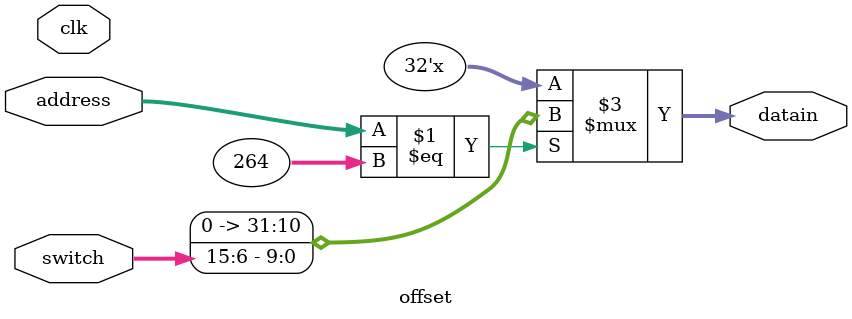
<source format=v>
`timescale 1ns / 1ps

module offset(
    input [15:6]switch,input [31:0]address, input clk,
    output  [31:0] datain
        );

assign datain = (address==32'h0108) ? switch : 32'bz;

endmodule

</source>
